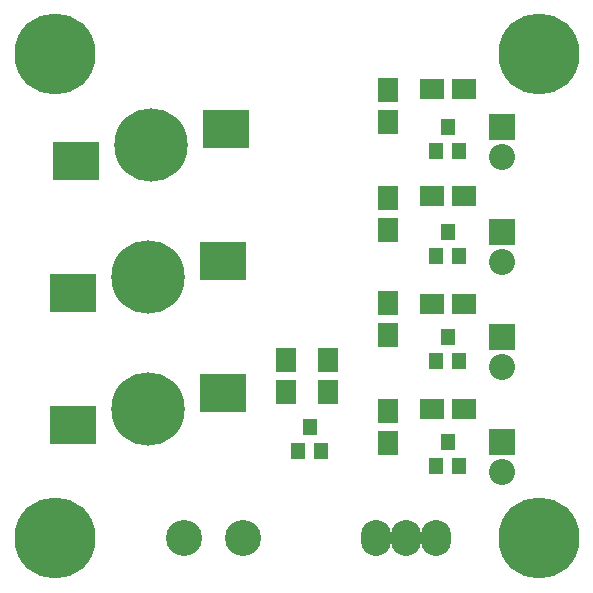
<source format=gbr>
G04 #@! TF.FileFunction,Soldermask,Top*
%FSLAX46Y46*%
G04 Gerber Fmt 4.6, Leading zero omitted, Abs format (unit mm)*
G04 Created by KiCad (PCBNEW 4.0.5) date 03/11/17 22:16:34*
%MOMM*%
%LPD*%
G01*
G04 APERTURE LIST*
%ADD10C,0.150000*%
%ADD11R,1.308000X1.408000*%
%ADD12R,2.208000X2.208000*%
%ADD13O,2.208000X2.208000*%
%ADD14C,3.048000*%
%ADD15C,6.858000*%
%ADD16R,2.008000X1.808000*%
%ADD17R,1.808000X2.008000*%
%ADD18O,2.540000X3.048000*%
%ADD19R,4.008000X3.208000*%
%ADD20C,6.208000*%
G04 APERTURE END LIST*
D10*
D11*
X191328000Y-109966000D03*
X193228000Y-109966000D03*
X192278000Y-107966000D03*
D12*
X196850000Y-116840000D03*
D13*
X196850000Y-119380000D03*
D14*
X169926000Y-124968000D03*
X174926000Y-124968000D03*
D15*
X200000000Y-125000000D03*
X159000000Y-125000000D03*
X200000000Y-84000000D03*
X159000000Y-84000000D03*
D11*
X191328000Y-92186000D03*
X193228000Y-92186000D03*
X192278000Y-90186000D03*
X191328000Y-101076000D03*
X193228000Y-101076000D03*
X192278000Y-99076000D03*
X191328000Y-118856000D03*
X193228000Y-118856000D03*
X192278000Y-116856000D03*
D16*
X193628000Y-86995000D03*
X190928000Y-86995000D03*
D17*
X187198000Y-87042000D03*
X187198000Y-89742000D03*
D16*
X193628000Y-96012000D03*
X190928000Y-96012000D03*
D17*
X187198000Y-96186000D03*
X187198000Y-98886000D03*
D16*
X193628000Y-105156000D03*
X190928000Y-105156000D03*
D17*
X187198000Y-105076000D03*
X187198000Y-107776000D03*
D16*
X193628000Y-114046000D03*
X190928000Y-114046000D03*
D17*
X187198000Y-114220000D03*
X187198000Y-116920000D03*
D18*
X188722000Y-124968000D03*
X186182000Y-124968000D03*
X191262000Y-124968000D03*
D12*
X196850000Y-90170000D03*
D13*
X196850000Y-92710000D03*
D12*
X196850000Y-99060000D03*
D13*
X196850000Y-101600000D03*
D12*
X196850000Y-107950000D03*
D13*
X196850000Y-110490000D03*
D19*
X173482000Y-90344000D03*
X160782000Y-93044000D03*
D20*
X167132000Y-91694000D03*
D19*
X173228000Y-101520000D03*
X160528000Y-104220000D03*
D20*
X166878000Y-102870000D03*
D19*
X173228000Y-112696000D03*
X160528000Y-115396000D03*
D20*
X166878000Y-114046000D03*
D11*
X179644000Y-117586000D03*
X181544000Y-117586000D03*
X180594000Y-115586000D03*
D17*
X182118000Y-112602000D03*
X182118000Y-109902000D03*
X178562000Y-109902000D03*
X178562000Y-112602000D03*
M02*

</source>
